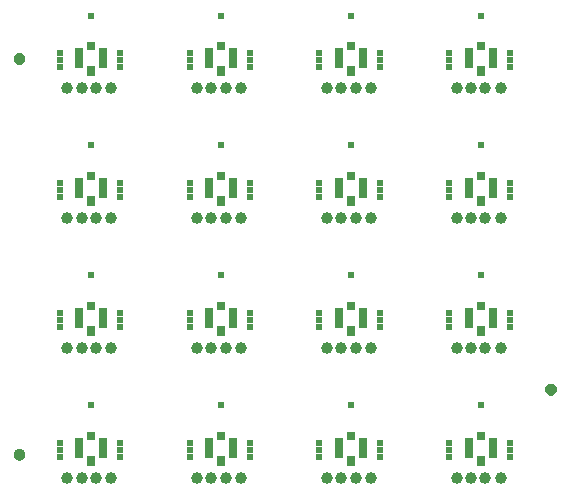
<source format=gbr>
G04 EAGLE Gerber RS-274X export*
G75*
%MOMM*%
%FSLAX34Y34*%
%LPD*%
%INSoldermask Top*%
%IPPOS*%
%AMOC8*
5,1,8,0,0,1.08239X$1,22.5*%
G01*
%ADD10C,0.603200*%
%ADD11R,0.703200X0.903200*%
%ADD12R,0.803200X1.703200*%
%ADD13R,0.703200X0.803200*%
%ADD14C,1.008000*%
%ADD15C,0.500000*%


D10*
X25500Y61750D03*
X-1000Y30000D03*
X-1000Y24000D03*
X-1000Y18000D03*
X50000Y30000D03*
X50000Y24000D03*
X50000Y18000D03*
X135500Y61750D03*
X109000Y30000D03*
X109000Y24000D03*
X109000Y18000D03*
X160000Y30000D03*
X160000Y24000D03*
X160000Y18000D03*
X245500Y61750D03*
X219000Y30000D03*
X219000Y24000D03*
X219000Y18000D03*
X270000Y30000D03*
X270000Y24000D03*
X270000Y18000D03*
X355500Y61750D03*
X329000Y30000D03*
X329000Y24000D03*
X329000Y18000D03*
X380000Y30000D03*
X380000Y24000D03*
X380000Y18000D03*
X25500Y171750D03*
X-1000Y140000D03*
X-1000Y134000D03*
X-1000Y128000D03*
X50000Y140000D03*
X50000Y134000D03*
X50000Y128000D03*
X135500Y171750D03*
X109000Y140000D03*
X109000Y134000D03*
X109000Y128000D03*
X160000Y140000D03*
X160000Y134000D03*
X160000Y128000D03*
X245500Y171750D03*
X219000Y140000D03*
X219000Y134000D03*
X219000Y128000D03*
X270000Y140000D03*
X270000Y134000D03*
X270000Y128000D03*
X355500Y171750D03*
X329000Y140000D03*
X329000Y134000D03*
X329000Y128000D03*
X380000Y140000D03*
X380000Y134000D03*
X380000Y128000D03*
X25500Y281750D03*
X-1000Y250000D03*
X-1000Y244000D03*
X-1000Y238000D03*
X50000Y250000D03*
X50000Y244000D03*
X50000Y238000D03*
X135500Y281750D03*
X109000Y250000D03*
X109000Y244000D03*
X109000Y238000D03*
X160000Y250000D03*
X160000Y244000D03*
X160000Y238000D03*
X245500Y281750D03*
X219000Y250000D03*
X219000Y244000D03*
X219000Y238000D03*
X270000Y250000D03*
X270000Y244000D03*
X270000Y238000D03*
X355500Y281750D03*
X329000Y250000D03*
X329000Y244000D03*
X329000Y238000D03*
X380000Y250000D03*
X380000Y244000D03*
X380000Y238000D03*
X25500Y391750D03*
X-1000Y360000D03*
X-1000Y354000D03*
X-1000Y348000D03*
X50000Y360000D03*
X50000Y354000D03*
X50000Y348000D03*
X135500Y391750D03*
X109000Y360000D03*
X109000Y354000D03*
X109000Y348000D03*
X160000Y360000D03*
X160000Y354000D03*
X160000Y348000D03*
X245500Y391750D03*
X219000Y360000D03*
X219000Y354000D03*
X219000Y348000D03*
X270000Y360000D03*
X270000Y354000D03*
X270000Y348000D03*
X355500Y391750D03*
X329000Y360000D03*
X329000Y354000D03*
X329000Y348000D03*
X380000Y360000D03*
X380000Y354000D03*
X380000Y348000D03*
D11*
X25500Y15000D03*
D12*
X15500Y26000D03*
D13*
X25500Y36000D03*
D12*
X35500Y26000D03*
D14*
X5500Y0D03*
X17500Y0D03*
X29500Y0D03*
X42500Y0D03*
D11*
X135500Y15000D03*
D12*
X125500Y26000D03*
D13*
X135500Y36000D03*
D12*
X145500Y26000D03*
D14*
X115500Y0D03*
X127500Y0D03*
X139500Y0D03*
X152500Y0D03*
D11*
X245500Y15000D03*
D12*
X235500Y26000D03*
D13*
X245500Y36000D03*
D12*
X255500Y26000D03*
D14*
X225500Y0D03*
X237500Y0D03*
X249500Y0D03*
X262500Y0D03*
D11*
X355500Y15000D03*
D12*
X345500Y26000D03*
D13*
X355500Y36000D03*
D12*
X365500Y26000D03*
D14*
X335500Y0D03*
X347500Y0D03*
X359500Y0D03*
X372500Y0D03*
D11*
X25500Y125000D03*
D12*
X15500Y136000D03*
D13*
X25500Y146000D03*
D12*
X35500Y136000D03*
D14*
X5500Y110000D03*
X17500Y110000D03*
X29500Y110000D03*
X42500Y110000D03*
D11*
X135500Y125000D03*
D12*
X125500Y136000D03*
D13*
X135500Y146000D03*
D12*
X145500Y136000D03*
D14*
X115500Y110000D03*
X127500Y110000D03*
X139500Y110000D03*
X152500Y110000D03*
D11*
X245500Y125000D03*
D12*
X235500Y136000D03*
D13*
X245500Y146000D03*
D12*
X255500Y136000D03*
D14*
X225500Y110000D03*
X237500Y110000D03*
X249500Y110000D03*
X262500Y110000D03*
D11*
X355500Y125000D03*
D12*
X345500Y136000D03*
D13*
X355500Y146000D03*
D12*
X365500Y136000D03*
D14*
X335500Y110000D03*
X347500Y110000D03*
X359500Y110000D03*
X372500Y110000D03*
D11*
X25500Y235000D03*
D12*
X15500Y246000D03*
D13*
X25500Y256000D03*
D12*
X35500Y246000D03*
D14*
X5500Y220000D03*
X17500Y220000D03*
X29500Y220000D03*
X42500Y220000D03*
D11*
X135500Y235000D03*
D12*
X125500Y246000D03*
D13*
X135500Y256000D03*
D12*
X145500Y246000D03*
D14*
X115500Y220000D03*
X127500Y220000D03*
X139500Y220000D03*
X152500Y220000D03*
D11*
X245500Y235000D03*
D12*
X235500Y246000D03*
D13*
X245500Y256000D03*
D12*
X255500Y246000D03*
D14*
X225500Y220000D03*
X237500Y220000D03*
X249500Y220000D03*
X262500Y220000D03*
D11*
X355500Y235000D03*
D12*
X345500Y246000D03*
D13*
X355500Y256000D03*
D12*
X365500Y246000D03*
D14*
X335500Y220000D03*
X347500Y220000D03*
X359500Y220000D03*
X372500Y220000D03*
D11*
X25500Y345000D03*
D12*
X15500Y356000D03*
D13*
X25500Y366000D03*
D12*
X35500Y356000D03*
D14*
X5500Y330000D03*
X17500Y330000D03*
X29500Y330000D03*
X42500Y330000D03*
D11*
X135500Y345000D03*
D12*
X125500Y356000D03*
D13*
X135500Y366000D03*
D12*
X145500Y356000D03*
D14*
X115500Y330000D03*
X127500Y330000D03*
X139500Y330000D03*
X152500Y330000D03*
D11*
X245500Y345000D03*
D12*
X235500Y356000D03*
D13*
X245500Y366000D03*
D12*
X255500Y356000D03*
D14*
X225500Y330000D03*
X237500Y330000D03*
X249500Y330000D03*
X262500Y330000D03*
D11*
X355500Y345000D03*
D12*
X345500Y356000D03*
D13*
X355500Y366000D03*
D12*
X365500Y356000D03*
D14*
X335500Y330000D03*
X347500Y330000D03*
X359500Y330000D03*
X372500Y330000D03*
D15*
X-37500Y20000D02*
X-37498Y20099D01*
X-37492Y20199D01*
X-37482Y20298D01*
X-37468Y20396D01*
X-37451Y20494D01*
X-37429Y20591D01*
X-37404Y20687D01*
X-37375Y20782D01*
X-37342Y20876D01*
X-37305Y20968D01*
X-37265Y21059D01*
X-37221Y21148D01*
X-37173Y21236D01*
X-37122Y21321D01*
X-37068Y21404D01*
X-37011Y21486D01*
X-36950Y21564D01*
X-36886Y21641D01*
X-36820Y21714D01*
X-36750Y21785D01*
X-36678Y21853D01*
X-36603Y21919D01*
X-36525Y21981D01*
X-36445Y22040D01*
X-36363Y22096D01*
X-36279Y22148D01*
X-36192Y22197D01*
X-36104Y22243D01*
X-36014Y22285D01*
X-35922Y22324D01*
X-35829Y22359D01*
X-35735Y22390D01*
X-35639Y22417D01*
X-35542Y22440D01*
X-35445Y22460D01*
X-35347Y22476D01*
X-35248Y22488D01*
X-35149Y22496D01*
X-35050Y22500D01*
X-34950Y22500D01*
X-34851Y22496D01*
X-34752Y22488D01*
X-34653Y22476D01*
X-34555Y22460D01*
X-34458Y22440D01*
X-34361Y22417D01*
X-34265Y22390D01*
X-34171Y22359D01*
X-34078Y22324D01*
X-33986Y22285D01*
X-33896Y22243D01*
X-33808Y22197D01*
X-33721Y22148D01*
X-33637Y22096D01*
X-33555Y22040D01*
X-33475Y21981D01*
X-33397Y21919D01*
X-33322Y21853D01*
X-33250Y21785D01*
X-33180Y21714D01*
X-33114Y21641D01*
X-33050Y21564D01*
X-32989Y21486D01*
X-32932Y21404D01*
X-32878Y21321D01*
X-32827Y21236D01*
X-32779Y21148D01*
X-32735Y21059D01*
X-32695Y20968D01*
X-32658Y20876D01*
X-32625Y20782D01*
X-32596Y20687D01*
X-32571Y20591D01*
X-32549Y20494D01*
X-32532Y20396D01*
X-32518Y20298D01*
X-32508Y20199D01*
X-32502Y20099D01*
X-32500Y20000D01*
X-32502Y19901D01*
X-32508Y19801D01*
X-32518Y19702D01*
X-32532Y19604D01*
X-32549Y19506D01*
X-32571Y19409D01*
X-32596Y19313D01*
X-32625Y19218D01*
X-32658Y19124D01*
X-32695Y19032D01*
X-32735Y18941D01*
X-32779Y18852D01*
X-32827Y18764D01*
X-32878Y18679D01*
X-32932Y18596D01*
X-32989Y18514D01*
X-33050Y18436D01*
X-33114Y18359D01*
X-33180Y18286D01*
X-33250Y18215D01*
X-33322Y18147D01*
X-33397Y18081D01*
X-33475Y18019D01*
X-33555Y17960D01*
X-33637Y17904D01*
X-33721Y17852D01*
X-33808Y17803D01*
X-33896Y17757D01*
X-33986Y17715D01*
X-34078Y17676D01*
X-34171Y17641D01*
X-34265Y17610D01*
X-34361Y17583D01*
X-34458Y17560D01*
X-34555Y17540D01*
X-34653Y17524D01*
X-34752Y17512D01*
X-34851Y17504D01*
X-34950Y17500D01*
X-35050Y17500D01*
X-35149Y17504D01*
X-35248Y17512D01*
X-35347Y17524D01*
X-35445Y17540D01*
X-35542Y17560D01*
X-35639Y17583D01*
X-35735Y17610D01*
X-35829Y17641D01*
X-35922Y17676D01*
X-36014Y17715D01*
X-36104Y17757D01*
X-36192Y17803D01*
X-36279Y17852D01*
X-36363Y17904D01*
X-36445Y17960D01*
X-36525Y18019D01*
X-36603Y18081D01*
X-36678Y18147D01*
X-36750Y18215D01*
X-36820Y18286D01*
X-36886Y18359D01*
X-36950Y18436D01*
X-37011Y18514D01*
X-37068Y18596D01*
X-37122Y18679D01*
X-37173Y18764D01*
X-37221Y18852D01*
X-37265Y18941D01*
X-37305Y19032D01*
X-37342Y19124D01*
X-37375Y19218D01*
X-37404Y19313D01*
X-37429Y19409D01*
X-37451Y19506D01*
X-37468Y19604D01*
X-37482Y19702D01*
X-37492Y19801D01*
X-37498Y19901D01*
X-37500Y20000D01*
X412500Y75000D02*
X412502Y75099D01*
X412508Y75199D01*
X412518Y75298D01*
X412532Y75396D01*
X412549Y75494D01*
X412571Y75591D01*
X412596Y75687D01*
X412625Y75782D01*
X412658Y75876D01*
X412695Y75968D01*
X412735Y76059D01*
X412779Y76148D01*
X412827Y76236D01*
X412878Y76321D01*
X412932Y76404D01*
X412989Y76486D01*
X413050Y76564D01*
X413114Y76641D01*
X413180Y76714D01*
X413250Y76785D01*
X413322Y76853D01*
X413397Y76919D01*
X413475Y76981D01*
X413555Y77040D01*
X413637Y77096D01*
X413721Y77148D01*
X413808Y77197D01*
X413896Y77243D01*
X413986Y77285D01*
X414078Y77324D01*
X414171Y77359D01*
X414265Y77390D01*
X414361Y77417D01*
X414458Y77440D01*
X414555Y77460D01*
X414653Y77476D01*
X414752Y77488D01*
X414851Y77496D01*
X414950Y77500D01*
X415050Y77500D01*
X415149Y77496D01*
X415248Y77488D01*
X415347Y77476D01*
X415445Y77460D01*
X415542Y77440D01*
X415639Y77417D01*
X415735Y77390D01*
X415829Y77359D01*
X415922Y77324D01*
X416014Y77285D01*
X416104Y77243D01*
X416192Y77197D01*
X416279Y77148D01*
X416363Y77096D01*
X416445Y77040D01*
X416525Y76981D01*
X416603Y76919D01*
X416678Y76853D01*
X416750Y76785D01*
X416820Y76714D01*
X416886Y76641D01*
X416950Y76564D01*
X417011Y76486D01*
X417068Y76404D01*
X417122Y76321D01*
X417173Y76236D01*
X417221Y76148D01*
X417265Y76059D01*
X417305Y75968D01*
X417342Y75876D01*
X417375Y75782D01*
X417404Y75687D01*
X417429Y75591D01*
X417451Y75494D01*
X417468Y75396D01*
X417482Y75298D01*
X417492Y75199D01*
X417498Y75099D01*
X417500Y75000D01*
X417498Y74901D01*
X417492Y74801D01*
X417482Y74702D01*
X417468Y74604D01*
X417451Y74506D01*
X417429Y74409D01*
X417404Y74313D01*
X417375Y74218D01*
X417342Y74124D01*
X417305Y74032D01*
X417265Y73941D01*
X417221Y73852D01*
X417173Y73764D01*
X417122Y73679D01*
X417068Y73596D01*
X417011Y73514D01*
X416950Y73436D01*
X416886Y73359D01*
X416820Y73286D01*
X416750Y73215D01*
X416678Y73147D01*
X416603Y73081D01*
X416525Y73019D01*
X416445Y72960D01*
X416363Y72904D01*
X416279Y72852D01*
X416192Y72803D01*
X416104Y72757D01*
X416014Y72715D01*
X415922Y72676D01*
X415829Y72641D01*
X415735Y72610D01*
X415639Y72583D01*
X415542Y72560D01*
X415445Y72540D01*
X415347Y72524D01*
X415248Y72512D01*
X415149Y72504D01*
X415050Y72500D01*
X414950Y72500D01*
X414851Y72504D01*
X414752Y72512D01*
X414653Y72524D01*
X414555Y72540D01*
X414458Y72560D01*
X414361Y72583D01*
X414265Y72610D01*
X414171Y72641D01*
X414078Y72676D01*
X413986Y72715D01*
X413896Y72757D01*
X413808Y72803D01*
X413721Y72852D01*
X413637Y72904D01*
X413555Y72960D01*
X413475Y73019D01*
X413397Y73081D01*
X413322Y73147D01*
X413250Y73215D01*
X413180Y73286D01*
X413114Y73359D01*
X413050Y73436D01*
X412989Y73514D01*
X412932Y73596D01*
X412878Y73679D01*
X412827Y73764D01*
X412779Y73852D01*
X412735Y73941D01*
X412695Y74032D01*
X412658Y74124D01*
X412625Y74218D01*
X412596Y74313D01*
X412571Y74409D01*
X412549Y74506D01*
X412532Y74604D01*
X412518Y74702D01*
X412508Y74801D01*
X412502Y74901D01*
X412500Y75000D01*
X-37500Y355000D02*
X-37498Y355099D01*
X-37492Y355199D01*
X-37482Y355298D01*
X-37468Y355396D01*
X-37451Y355494D01*
X-37429Y355591D01*
X-37404Y355687D01*
X-37375Y355782D01*
X-37342Y355876D01*
X-37305Y355968D01*
X-37265Y356059D01*
X-37221Y356148D01*
X-37173Y356236D01*
X-37122Y356321D01*
X-37068Y356404D01*
X-37011Y356486D01*
X-36950Y356564D01*
X-36886Y356641D01*
X-36820Y356714D01*
X-36750Y356785D01*
X-36678Y356853D01*
X-36603Y356919D01*
X-36525Y356981D01*
X-36445Y357040D01*
X-36363Y357096D01*
X-36279Y357148D01*
X-36192Y357197D01*
X-36104Y357243D01*
X-36014Y357285D01*
X-35922Y357324D01*
X-35829Y357359D01*
X-35735Y357390D01*
X-35639Y357417D01*
X-35542Y357440D01*
X-35445Y357460D01*
X-35347Y357476D01*
X-35248Y357488D01*
X-35149Y357496D01*
X-35050Y357500D01*
X-34950Y357500D01*
X-34851Y357496D01*
X-34752Y357488D01*
X-34653Y357476D01*
X-34555Y357460D01*
X-34458Y357440D01*
X-34361Y357417D01*
X-34265Y357390D01*
X-34171Y357359D01*
X-34078Y357324D01*
X-33986Y357285D01*
X-33896Y357243D01*
X-33808Y357197D01*
X-33721Y357148D01*
X-33637Y357096D01*
X-33555Y357040D01*
X-33475Y356981D01*
X-33397Y356919D01*
X-33322Y356853D01*
X-33250Y356785D01*
X-33180Y356714D01*
X-33114Y356641D01*
X-33050Y356564D01*
X-32989Y356486D01*
X-32932Y356404D01*
X-32878Y356321D01*
X-32827Y356236D01*
X-32779Y356148D01*
X-32735Y356059D01*
X-32695Y355968D01*
X-32658Y355876D01*
X-32625Y355782D01*
X-32596Y355687D01*
X-32571Y355591D01*
X-32549Y355494D01*
X-32532Y355396D01*
X-32518Y355298D01*
X-32508Y355199D01*
X-32502Y355099D01*
X-32500Y355000D01*
X-32502Y354901D01*
X-32508Y354801D01*
X-32518Y354702D01*
X-32532Y354604D01*
X-32549Y354506D01*
X-32571Y354409D01*
X-32596Y354313D01*
X-32625Y354218D01*
X-32658Y354124D01*
X-32695Y354032D01*
X-32735Y353941D01*
X-32779Y353852D01*
X-32827Y353764D01*
X-32878Y353679D01*
X-32932Y353596D01*
X-32989Y353514D01*
X-33050Y353436D01*
X-33114Y353359D01*
X-33180Y353286D01*
X-33250Y353215D01*
X-33322Y353147D01*
X-33397Y353081D01*
X-33475Y353019D01*
X-33555Y352960D01*
X-33637Y352904D01*
X-33721Y352852D01*
X-33808Y352803D01*
X-33896Y352757D01*
X-33986Y352715D01*
X-34078Y352676D01*
X-34171Y352641D01*
X-34265Y352610D01*
X-34361Y352583D01*
X-34458Y352560D01*
X-34555Y352540D01*
X-34653Y352524D01*
X-34752Y352512D01*
X-34851Y352504D01*
X-34950Y352500D01*
X-35050Y352500D01*
X-35149Y352504D01*
X-35248Y352512D01*
X-35347Y352524D01*
X-35445Y352540D01*
X-35542Y352560D01*
X-35639Y352583D01*
X-35735Y352610D01*
X-35829Y352641D01*
X-35922Y352676D01*
X-36014Y352715D01*
X-36104Y352757D01*
X-36192Y352803D01*
X-36279Y352852D01*
X-36363Y352904D01*
X-36445Y352960D01*
X-36525Y353019D01*
X-36603Y353081D01*
X-36678Y353147D01*
X-36750Y353215D01*
X-36820Y353286D01*
X-36886Y353359D01*
X-36950Y353436D01*
X-37011Y353514D01*
X-37068Y353596D01*
X-37122Y353679D01*
X-37173Y353764D01*
X-37221Y353852D01*
X-37265Y353941D01*
X-37305Y354032D01*
X-37342Y354124D01*
X-37375Y354218D01*
X-37404Y354313D01*
X-37429Y354409D01*
X-37451Y354506D01*
X-37468Y354604D01*
X-37482Y354702D01*
X-37492Y354801D01*
X-37498Y354901D01*
X-37500Y355000D01*
M02*

</source>
